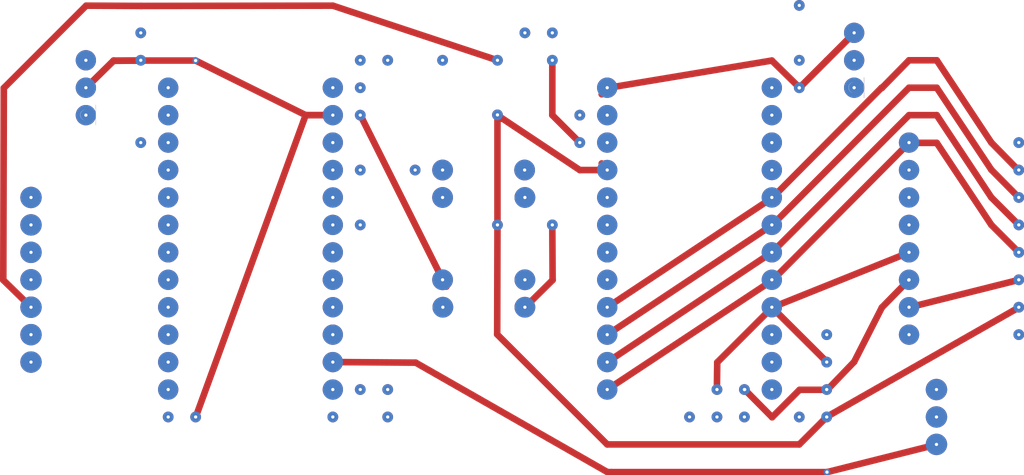
<source format=kicad_pcb>
(kicad_pcb (version 4) (host Gerbview "(5.1.9)-1")

  (layers 
    (0 F.Cu signal)
    (31 B.Cu signal)
    (32 B.Adhes user)
    (33 F.Adhes user)
    (34 B.Paste user)
    (35 F.Paste user)
    (36 B.SilkS user)
    (37 F.SilkS user)
    (38 B.Mask user)
    (39 F.Mask user)
    (40 Dwgs.User user)
    (41 Cmts.User user)
    (42 Eco1.User user)
    (43 Eco2.User user)
    (44 Edge.Cuts user)
  )

 (via (at 57.4294 -38.6334) (size 1.8796) (layers F.Cu B.Cu))
 (via (at 57.4294 -36.0934) (size 1.8796) (layers F.Cu B.Cu))
 (via (at 57.4294 -33.5534) (size 1.8796) (layers F.Cu B.Cu))
 (via (at 57.4294 -31.0134) (size 1.8796) (layers F.Cu B.Cu))
 (via (at 57.4294 -28.4734) (size 1.8796) (layers F.Cu B.Cu))
 (via (at 57.4294 -25.9334) (size 1.8796) (layers F.Cu B.Cu))
 (via (at 57.4294 -23.3934) (size 1.8796) (layers F.Cu B.Cu))
 (via (at 57.4294 -20.8534) (size 1.8796) (layers F.Cu B.Cu))
 (via (at 57.4294 -18.3134) (size 1.8796) (layers F.Cu B.Cu))
 (via (at 57.4294 -15.7734) (size 1.8796) (layers F.Cu B.Cu))
 (via (at 57.4294 -13.2334) (size 1.8796) (layers F.Cu B.Cu))
 (via (at 57.4294 -10.6934) (size 1.8796) (layers F.Cu B.Cu))
 (via (at 72.6694 -10.6934) (size 1.8796) (layers F.Cu B.Cu))
 (via (at 72.6694 -13.2334) (size 1.8796) (layers F.Cu B.Cu))
 (via (at 72.6694 -15.7734) (size 1.8796) (layers F.Cu B.Cu))
 (via (at 72.6694 -18.3134) (size 1.8796) (layers F.Cu B.Cu))
 (via (at 72.6694 -20.8534) (size 1.8796) (layers F.Cu B.Cu))
 (via (at 72.6694 -23.3934) (size 1.8796) (layers F.Cu B.Cu))
 (via (at 72.6694 -25.9334) (size 1.8796) (layers F.Cu B.Cu))
 (via (at 72.6694 -28.4734) (size 1.8796) (layers F.Cu B.Cu))
 (via (at 72.6694 -31.0134) (size 1.8796) (layers F.Cu B.Cu))
 (via (at 72.6694 -33.5534) (size 1.8796) (layers F.Cu B.Cu))
 (via (at 72.6694 -36.0934) (size 1.8796) (layers F.Cu B.Cu))
 (via (at 72.6694 -38.6334) (size 1.8796) (layers F.Cu B.Cu))
 (via (at 9.1694 -36.0934) (size 1.8796) (layers F.Cu B.Cu))
 (via (at 9.1694 -38.6334) (size 1.8796) (layers F.Cu B.Cu))
 (via (at 9.1694 -41.1734) (size 1.8796) (layers F.Cu B.Cu))
 (via (at 80.2894 -38.6334) (size 1.8796) (layers F.Cu B.Cu))
 (via (at 80.2894 -41.1734) (size 1.8796) (layers F.Cu B.Cu))
 (via (at 80.2894 -43.7134) (size 1.8796) (layers F.Cu B.Cu))
 (via (at 16.7894 -38.6334) (size 1.8796) (layers F.Cu B.Cu))
 (via (at 16.7894 -36.0934) (size 1.8796) (layers F.Cu B.Cu))
 (via (at 16.7894 -33.5534) (size 1.8796) (layers F.Cu B.Cu))
 (via (at 16.7894 -31.0134) (size 1.8796) (layers F.Cu B.Cu))
 (via (at 16.7894 -28.4734) (size 1.8796) (layers F.Cu B.Cu))
 (via (at 16.7894 -25.9334) (size 1.8796) (layers F.Cu B.Cu))
 (via (at 16.7894 -23.3934) (size 1.8796) (layers F.Cu B.Cu))
 (via (at 16.7894 -20.8534) (size 1.8796) (layers F.Cu B.Cu))
 (via (at 16.7894 -18.3134) (size 1.8796) (layers F.Cu B.Cu))
 (via (at 16.7894 -15.7734) (size 1.8796) (layers F.Cu B.Cu))
 (via (at 16.7894 -13.2334) (size 1.8796) (layers F.Cu B.Cu))
 (via (at 16.7894 -10.6934) (size 1.8796) (layers F.Cu B.Cu))
 (via (at 32.0294 -10.6934) (size 1.8796) (layers F.Cu B.Cu))
 (via (at 32.0294 -13.2334) (size 1.8796) (layers F.Cu B.Cu))
 (via (at 32.0294 -15.7734) (size 1.8796) (layers F.Cu B.Cu))
 (via (at 32.0294 -18.3134) (size 1.8796) (layers F.Cu B.Cu))
 (via (at 32.0294 -20.8534) (size 1.8796) (layers F.Cu B.Cu))
 (via (at 32.0294 -23.3934) (size 1.8796) (layers F.Cu B.Cu))
 (via (at 32.0294 -25.9334) (size 1.8796) (layers F.Cu B.Cu))
 (via (at 32.0294 -28.4734) (size 1.8796) (layers F.Cu B.Cu))
 (via (at 32.0294 -31.0134) (size 1.8796) (layers F.Cu B.Cu))
 (via (at 32.0294 -33.5534) (size 1.8796) (layers F.Cu B.Cu))
 (via (at 32.0294 -36.0934) (size 1.8796) (layers F.Cu B.Cu))
 (via (at 32.0294 -38.6334) (size 1.8796) (layers F.Cu B.Cu))
 (via (at 85.3694 -18.3134) (size 1.8796) (layers F.Cu B.Cu))
 (via (at 85.3694 -20.8534) (size 1.8796) (layers F.Cu B.Cu))
 (via (at 85.3694 -23.3934) (size 1.8796) (layers F.Cu B.Cu))
 (via (at 85.3694 -25.9334) (size 1.8796) (layers F.Cu B.Cu))
 (via (at 85.3694 -28.4734) (size 1.8796) (layers F.Cu B.Cu))
 (via (at 85.3694 -31.0134) (size 1.8796) (layers F.Cu B.Cu))
 (via (at 85.3694 -33.5534) (size 1.8796) (layers F.Cu B.Cu))
 (via (at 4.0894 -13.2334) (size 1.9812) (layers F.Cu B.Cu))
 (via (at 4.0894 -15.7734) (size 1.9812) (layers F.Cu B.Cu))
 (via (at 4.0894 -18.3134) (size 1.9812) (layers F.Cu B.Cu))
 (via (at 4.0894 -20.8534) (size 1.9812) (layers F.Cu B.Cu))
 (via (at 4.0894 -23.3934) (size 1.9812) (layers F.Cu B.Cu))
 (via (at 4.0894 -25.9334) (size 1.9812) (layers F.Cu B.Cu))
 (via (at 4.0894 -28.4734) (size 1.9812) (layers F.Cu B.Cu))
 (via (at 87.90940000000001 -10.6934) (size 1.9812) (layers F.Cu B.Cu))
 (via (at 87.90940000000001 -8.1534) (size 1.9812) (layers F.Cu B.Cu))
 (via (at 87.90940000000001 -5.6134) (size 1.9812) (layers F.Cu B.Cu))
 (via (at 49.8094 -18.3134) (size 1.92194) (layers F.Cu B.Cu))
 (via (at 42.2148 -18.3134) (size 1.92194) (layers F.Cu B.Cu))
 (via (at 42.1894 -31.0134) (size 1.92194) (layers F.Cu B.Cu))
 (via (at 49.784 -31.0134) (size 1.92194) (layers F.Cu B.Cu))
 (via (at 49.8094 -20.8534) (size 1.92265) (layers F.Cu B.Cu))
 (via (at 42.1894 -20.8534) (size 1.92265) (layers F.Cu B.Cu))
 (via (at 42.1894 -28.4734) (size 1.92265) (layers F.Cu B.Cu))
 (via (at 49.8094 -28.4734) (size 1.92265) (layers F.Cu B.Cu))
 (via (at 39.6494 -31.0134) (size 1) (layers F.Cu B.Cu))
 (via (at 34.5694 -38.6334) (size 1) (layers F.Cu B.Cu))
 (via (at 14.2494 -33.5534) (size 1) (layers F.Cu B.Cu))
 (via (at 47.2694 -36.1188) (size 1) (layers F.Cu B.Cu))
 (via (at 34.5694 -36.0934) (size 1) (layers F.Cu B.Cu))
 (via (at 34.5694 -31.0134) (size 1) (layers F.Cu B.Cu))
 (via (at 19.3294 -8.1534) (size 1) (layers F.Cu B.Cu))
 (via (at 32.0294 -8.1534) (size 1) (layers F.Cu B.Cu))
 (via (at 16.7894 -8.1534) (size 1) (layers F.Cu B.Cu))
 (via (at 14.2494 -43.7134) (size 1) (layers F.Cu B.Cu))
 (via (at 34.5694 -10.6934) (size 1) (layers F.Cu B.Cu))
 (via (at 14.2494 -41.1734) (size 1) (layers F.Cu B.Cu))
 (via (at 54.8894 -33.5534) (size 1) (layers F.Cu B.Cu))
 (via (at 77.74939999999999 -8.1534) (size 1) (layers F.Cu B.Cu))
 (via (at 75.2094 -8.1534) (size 1) (layers F.Cu B.Cu))
 (via (at 70.1294 -8.1534) (size 1) (layers F.Cu B.Cu))
 (via (at 77.74939999999999 -15.7734) (size 1) (layers F.Cu B.Cu))
 (via (at 67.5894 -8.1534) (size 1) (layers F.Cu B.Cu))
 (via (at 65.04940000000001 -8.1534) (size 1) (layers F.Cu B.Cu))
 (via (at 77.74939999999999 -13.2334) (size 1) (layers F.Cu B.Cu))
 (via (at 77.74939999999999 -10.6934) (size 1) (layers F.Cu B.Cu))
 (via (at 67.5894 -10.6934) (size 1) (layers F.Cu B.Cu))
 (via (at 70.1294 -10.6934) (size 1) (layers F.Cu B.Cu))
 (via (at 95.5294 -33.5534) (size 1) (layers F.Cu B.Cu))
 (via (at 95.5294 -18.3134) (size 1) (layers F.Cu B.Cu))
 (via (at 95.5294 -28.4734) (size 1) (layers F.Cu B.Cu))
 (via (at 95.5294 -25.9334) (size 1) (layers F.Cu B.Cu))
 (via (at 95.5294 -23.3934) (size 1) (layers F.Cu B.Cu))
 (via (at 95.5294 -15.7734) (size 1) (layers F.Cu B.Cu))
 (via (at 95.5294 -31.0134) (size 1) (layers F.Cu B.Cu))
 (via (at 95.5294 -20.8534) (size 1) (layers F.Cu B.Cu))
 (via (at 54.8894 -36.0934) (size 1) (layers F.Cu B.Cu))
 (via (at 52.3494 -25.9334) (size 1) (layers F.Cu B.Cu))
 (via (at 47.2694 -25.9334) (size 1) (layers F.Cu B.Cu))
 (via (at 34.5694 -25.9334) (size 1) (layers F.Cu B.Cu))
 (via (at 37.1094 -8.1534) (size 1) (layers F.Cu B.Cu))
 (via (at 37.1094 -10.6934) (size 1) (layers F.Cu B.Cu))
 (via (at 52.3494 -41.1734) (size 1) (layers F.Cu B.Cu))
 (via (at 37.1094 -41.1734) (size 1) (layers F.Cu B.Cu))
 (via (at 34.5694 -41.1734) (size 1) (layers F.Cu B.Cu))
 (via (at 49.8094 -43.7134) (size 1) (layers F.Cu B.Cu))
 (via (at 52.3494 -43.7134) (size 1) (layers F.Cu B.Cu))
 (via (at 42.1894 -41.1734) (size 1) (layers F.Cu B.Cu))
 (via (at 47.2694 -41.1734) (size 1) (layers F.Cu B.Cu))
 (via (at 75.2094 -41.1734) (size 1) (layers F.Cu B.Cu))
 (via (at 75.2094 -38.6334) (size 1) (layers F.Cu B.Cu))
 (via (at 75.2094 -46.2534) (size 1) (layers F.Cu B.Cu))
 (via (at 85.3694 -15.7734) (size 1.8796) (layers F.Cu B.Cu))
(segment (start 19.3294 -41.148) (end 14.2748 -41.148) (width 0.6096) (layer F.Cu) (net 0))
 (via (at 19.3294 -41.148) (size 0.6096) (layers F.Cu B.Cu))
(segment (start 29.5148 -36.0934) (end 19.3294 -41.148) (width 0.6096) (layer F.Cu) (net 0))
(segment (start 32.0294 -36.0934) (end 29.5148 -36.0934) (width 0.6096) (layer F.Cu) (net 0))
(segment (start 14.2748 -41.148) (end 11.7348 -41.1226) (width 0.6096) (layer F.Cu) (net 0))
(segment (start 11.7348 -41.1226) (end 9.728199999999999 -39.1668) (width 0.6096) (layer F.Cu) (net 0))
 (via (at 77.7748 -3.048) (size 0.6096) (layers F.Cu B.Cu))
(segment (start 77.7748 -3.048) (end 57.8104 -3.048) (width 0.6096) (layer F.Cu) (net 0))
(segment (start 87.1728 -5.4102) (end 77.7748 -3.048) (width 0.6096) (layer F.Cu) (net 0))
(segment (start 57.4548 -3.048) (end 39.7002 -13.1826) (width 0.6096) (layer F.Cu) (net 0))
(segment (start 57.8104 -3.048) (end 57.4548 -3.048) (width 0.6096) (layer F.Cu) (net 0))
(segment (start 39.7002 -13.1826) (end 32.8168 -13.2334) (width 0.6096) (layer F.Cu) (net 0))
(segment (start 29.5148 -36.0934) (end 32.0294 -36.0934) (width 0.6096) (layer F.Cu) (net 0))
(segment (start 19.5072 -8.6106) (end 29.5148 -36.0934) (width 0.6096) (layer F.Cu) (net 0))
(segment (start 14.2748 -41.148) (end 11.7348 -41.148) (width 0.6096) (layer F.Cu) (net 0))
(segment (start 11.7348 -41.148) (end 9.728199999999999 -39.1668) (width 0.6096) (layer F.Cu) (net 0))
(segment (start 57.4294 -31.0134) (end 56.9214 -31.623) (width 0.6096) (layer F.Cu) (net 0))
(segment (start 47.625 -35.7632) (end 47.2948 -36.068) (width 0.6096) (layer F.Cu) (net 0))
(segment (start 47.2948 -36.068) (end 54.8894 -31.0134) (width 0.6096) (layer F.Cu) (net 0))
(segment (start 54.8894 -31.0134) (end 57.4294 -31.0134) (width 0.6096) (layer F.Cu) (net 0))
(segment (start 47.2694 -35.6362) (end 47.2694 -26.416) (width 0.6096) (layer F.Cu) (net 0))
(segment (start 52.3494 -25.4508) (end 52.3748 -20.828) (width 0.6096) (layer F.Cu) (net 0))
(segment (start 52.3748 -20.828) (end 50.3174 -18.796) (width 0.6096) (layer F.Cu) (net 0))
(segment (start 34.5948 -36.068) (end 42.2148 -20.828) (width 0.6096) (layer F.Cu) (net 0))
(segment (start 42.2148 -20.828) (end 42.545 -20.2184) (width 0.6096) (layer F.Cu) (net 0))
(segment (start 34.798 -35.6616) (end 34.5948 -36.068) (width 0.6096) (layer F.Cu) (net 0))
(segment (start 92.9894 -33.5534) (end 95.504 -30.988) (width 0.6096) (layer F.Cu) (net 0))
(segment (start 87.9348 -41.1734) (end 92.9894 -33.5534) (width 0.6096) (layer F.Cu) (net 0))
(segment (start 85.3694 -41.1734) (end 87.9348 -41.1734) (width 0.6096) (layer F.Cu) (net 0))
(segment (start 82.82940000000001 -38.6334) (end 82.8548 -38.6334) (width 0.6096) (layer F.Cu) (net 0))
(segment (start 72.72020000000001 -28.448) (end 82.82940000000001 -38.6334) (width 0.6096) (layer F.Cu) (net 0))
(segment (start 82.8548 -38.6334) (end 82.8548 -38.608) (width 0.6096) (layer F.Cu) (net 0))
(segment (start 82.8548 -38.608) (end 85.3694 -41.1734) (width 0.6096) (layer F.Cu) (net 0))
(segment (start 58.0898 -18.7452) (end 72.72020000000001 -28.448) (width 0.6096) (layer F.Cu) (net 0))
(segment (start 80.2894 -13.2588) (end 77.8002 -10.668) (width 0.6096) (layer F.Cu) (net 0))
(segment (start 75.23480000000001 -10.668) (end 72.6948 -8.128) (width 0.6096) (layer F.Cu) (net 0))
(segment (start 72.6948 -8.128) (end 70.15479999999999 -10.6934) (width 0.6096) (layer F.Cu) (net 0))
(segment (start 77.8002 -10.668) (end 75.23480000000001 -10.668) (width 0.6096) (layer F.Cu) (net 0))
(segment (start 82.8548 -18.288) (end 80.2894 -13.2588) (width 0.6096) (layer F.Cu) (net 0))
(segment (start 85.34399999999999 -20.828) (end 82.8548 -18.288) (width 0.6096) (layer F.Cu) (net 0))
 (via (at 85.34399999999999 -20.828) (size 0.6096) (layers F.Cu B.Cu))
(segment (start 72.6948 -18.288) (end 85.34399999999999 -23.368) (width 0.6096) (layer F.Cu) (net 0))
(segment (start 77.8002 -13.208) (end 72.6948 -18.288) (width 0.6096) (layer F.Cu) (net 0))
(segment (start 72.6948 -18.288) (end 77.8002 -13.208) (width 0.6096) (layer F.Cu) (net 0))
(segment (start 67.5894 -11.176) (end 67.6148 -13.208) (width 0.6096) (layer F.Cu) (net 0))
(segment (start 75.2094 -5.6134) (end 57.4294 -5.6134) (width 0.6096) (layer F.Cu) (net 0))
(segment (start 77.7748 -8.178800000000001) (end 75.2094 -5.6134) (width 0.6096) (layer F.Cu) (net 0))
(segment (start 47.244 -15.7988) (end 47.2694 -25.4508) (width 0.6096) (layer F.Cu) (net 0))
(segment (start 57.4294 -5.6134) (end 47.244 -15.7988) (width 0.6096) (layer F.Cu) (net 0))
(segment (start 95.5294 -18.288) (end 77.7748 -8.178800000000001) (width 0.6096) (layer F.Cu) (net 0))
(segment (start 72.6694 -41.148) (end 75.2094 -38.6588) (width 0.6096) (layer F.Cu) (net 0))
(segment (start 75.2094 -38.6588) (end 75.2094 -38.608) (width 0.6096) (layer F.Cu) (net 0))
(segment (start 57.4294 -38.608) (end 72.6694 -41.148) (width 0.6096) (layer F.Cu) (net 0))
(segment (start 75.2094 -38.608) (end 77.74939999999999 -41.148) (width 0.6096) (layer F.Cu) (net 0))
(segment (start 77.74939999999999 -41.148) (end 79.756 -43.1546) (width 0.6096) (layer F.Cu) (net 0))
 (via (at 75.2094 -38.608) (size 0.6096) (layers F.Cu B.Cu))
(segment (start 56.9214 -38.0238) (end 57.4294 -38.608) (width 0.6096) (layer F.Cu) (net 0))
(segment (start 92.9894 -25.9334) (end 87.9348 -33.528) (width 0.6096) (layer F.Cu) (net 0))
(segment (start 95.1992 -23.7236) (end 92.9894 -25.9334) (width 0.6096) (layer F.Cu) (net 0))
(segment (start 87.9348 -33.528) (end 85.3694 -33.528) (width 0.6096) (layer F.Cu) (net 0))
(segment (start 72.72020000000001 -20.8026) (end 58.0898 -11.1252) (width 0.6096) (layer F.Cu) (net 0))
(segment (start 85.3694 -33.528) (end 72.72020000000001 -20.8026) (width 0.6096) (layer F.Cu) (net 0))
(segment (start 87.9348 -38.6334) (end 92.9894 -31.0388) (width 0.6096) (layer F.Cu) (net 0))
(segment (start 92.9894 -31.0388) (end 95.1992 -28.8036) (width 0.6096) (layer F.Cu) (net 0))
(segment (start 85.3694 -38.6334) (end 87.9348 -38.6334) (width 0.6096) (layer F.Cu) (net 0))
(segment (start 72.72020000000001 -25.9334) (end 85.3694 -38.6334) (width 0.6096) (layer F.Cu) (net 0))
(segment (start 58.0898 -16.2052) (end 72.72020000000001 -25.9334) (width 0.6096) (layer F.Cu) (net 0))
(segment (start 92.9894 -28.4734) (end 95.1992 -26.2636) (width 0.6096) (layer F.Cu) (net 0))
(segment (start 87.9348 -36.0934) (end 92.9894 -28.4734) (width 0.6096) (layer F.Cu) (net 0))
(segment (start 85.3694 -36.0934) (end 87.9348 -36.0934) (width 0.6096) (layer F.Cu) (net 0))
(segment (start 72.72020000000001 -23.4188) (end 85.3694 -36.0934) (width 0.6096) (layer F.Cu) (net 0))
(segment (start 58.0898 -13.6652) (end 72.72020000000001 -23.4188) (width 0.6096) (layer F.Cu) (net 0))
(segment (start 86.1568 -18.4912) (end 95.0722 -20.7264) (width 0.6096) (layer F.Cu) (net 0))
(segment (start 9.194800000000001 -46.228) (end 14.3002 -46.2026) (width 0.6096) (layer F.Cu) (net 0))
(segment (start 1.5748 -38.608) (end 9.194800000000001 -46.228) (width 0.6096) (layer F.Cu) (net 0))
(segment (start 32.0294 -46.228) (end 46.8122 -41.3258) (width 0.6096) (layer F.Cu) (net 0))
(segment (start 14.3002 -46.2026) (end 32.0294 -46.228) (width 0.6096) (layer F.Cu) (net 0))
(segment (start 1.524 -20.828) (end 1.5748 -38.608) (width 0.6096) (layer F.Cu) (net 0))
(segment (start 3.556 -18.8468) (end 1.524 -20.828) (width 0.6096) (layer F.Cu) (net 0))
(segment (start 52.3494 -40.6908) (end 52.3494 -36.0934) (width 0.6096) (layer F.Cu) (net 0))
(segment (start 52.3494 -36.0934) (end 54.5592 -33.8836) (width 0.6096) (layer F.Cu) (net 0))
(segment (start 75.2094 -38.608) (end 77.74939999999999 -41.148) (width 0.6096) (layer F.Cu) (net 0))
(segment (start 77.74939999999999 -41.148) (end 79.756 -43.1546) (width 0.6096) (layer F.Cu) (net 0))
(segment (start 67.6148 -13.208) (end 72.6948 -18.288) (width 0.6096) (layer F.Cu) (net 0))
 (via (at 70.15479999999999 -10.6934) (size 0.6096) (layers F.Cu B.Cu))
 (via (at 81.2038 -39.5732) (size 0.0254) (layers F.Cu B.Cu))
 (via (at 81.2038 -39.5478) (size 0.0254) (layers F.Cu B.Cu))
 (via (at 81.2038 -39.5224) (size 0.0254) (layers F.Cu B.Cu))
 (via (at 81.2038 -39.497) (size 0.0254) (layers F.Cu B.Cu))
 (via (at 81.2038 -39.4716) (size 0.0254) (layers F.Cu B.Cu))
 (via (at 81.2038 -39.4462) (size 0.0254) (layers F.Cu B.Cu))
 (via (at 81.2038 -39.4208) (size 0.0254) (layers F.Cu B.Cu))
 (via (at 81.2038 -39.3954) (size 0.0254) (layers F.Cu B.Cu))
 (via (at 81.2038 -39.37) (size 0.0254) (layers F.Cu B.Cu))
 (via (at 81.2038 -39.3446) (size 0.0254) (layers F.Cu B.Cu))
 (via (at 81.2038 -39.3192) (size 0.0254) (layers F.Cu B.Cu))
 (via (at 81.2038 -39.2938) (size 0.0254) (layers F.Cu B.Cu))
 (via (at 81.2038 -39.2684) (size 0.0254) (layers F.Cu B.Cu))
 (via (at 81.2038 -39.243) (size 0.0254) (layers F.Cu B.Cu))
 (via (at 81.2038 -39.2176) (size 0.0254) (layers F.Cu B.Cu))
 (via (at 81.2038 -39.1922) (size 0.0254) (layers F.Cu B.Cu))
 (via (at 81.2038 -39.1668) (size 0.0254) (layers F.Cu B.Cu))
 (via (at 80.16240000000001 -39.1414) (size 0.0254) (layers F.Cu B.Cu))
 (via (at 81.2038 -39.1414) (size 0.0254) (layers F.Cu B.Cu))
 (via (at 80.08620000000001 -39.116) (size 0.0254) (layers F.Cu B.Cu))
 (via (at 81.2038 -39.116) (size 0.0254) (layers F.Cu B.Cu))
 (via (at 80.0354 -39.0906) (size 0.0254) (layers F.Cu B.Cu))
 (via (at 81.2038 -39.0906) (size 0.0254) (layers F.Cu B.Cu))
 (via (at 79.9846 -39.0652) (size 0.0254) (layers F.Cu B.Cu))
 (via (at 81.2038 -39.0652) (size 0.0254) (layers F.Cu B.Cu))
 (via (at 79.9592 -39.0398) (size 0.0254) (layers F.Cu B.Cu))
 (via (at 81.2038 -39.0398) (size 0.0254) (layers F.Cu B.Cu))
 (via (at 79.93380000000001 -39.0144) (size 0.0254) (layers F.Cu B.Cu))
 (via (at 81.2038 -39.0144) (size 0.0254) (layers F.Cu B.Cu))
 (via (at 79.9084 -38.989) (size 0.0254) (layers F.Cu B.Cu))
 (via (at 81.2038 -38.989) (size 0.0254) (layers F.Cu B.Cu))
 (via (at 79.883 -38.9636) (size 0.0254) (layers F.Cu B.Cu))
 (via (at 81.2038 -38.9636) (size 0.0254) (layers F.Cu B.Cu))
 (via (at 79.85760000000001 -38.9382) (size 0.0254) (layers F.Cu B.Cu))
 (via (at 81.2038 -38.9382) (size 0.0254) (layers F.Cu B.Cu))
 (via (at 79.85760000000001 -38.9128) (size 0.0254) (layers F.Cu B.Cu))
 (via (at 81.2038 -38.9128) (size 0.0254) (layers F.Cu B.Cu))
 (via (at 79.8322 -38.8874) (size 0.0254) (layers F.Cu B.Cu))
 (via (at 81.2038 -38.8874) (size 0.0254) (layers F.Cu B.Cu))
 (via (at 79.8068 -38.862) (size 0.0254) (layers F.Cu B.Cu))
 (via (at 81.2038 -38.862) (size 0.0254) (layers F.Cu B.Cu))
 (via (at 79.8068 -38.8366) (size 0.0254) (layers F.Cu B.Cu))
 (via (at 81.2038 -38.8366) (size 0.0254) (layers F.Cu B.Cu))
 (via (at 79.8068 -38.8112) (size 0.0254) (layers F.Cu B.Cu))
 (via (at 81.2038 -38.8112) (size 0.0254) (layers F.Cu B.Cu))
 (via (at 79.7814 -38.7858) (size 0.0254) (layers F.Cu B.Cu))
 (via (at 81.2038 -38.7858) (size 0.0254) (layers F.Cu B.Cu))
 (via (at 79.7814 -38.7604) (size 0.0254) (layers F.Cu B.Cu))
 (via (at 81.2038 -38.7604) (size 0.0254) (layers F.Cu B.Cu))
 (via (at 79.7814 -38.735) (size 0.0254) (layers F.Cu B.Cu))
 (via (at 81.2038 -38.735) (size 0.0254) (layers F.Cu B.Cu))
 (via (at 79.7814 -38.7096) (size 0.0254) (layers F.Cu B.Cu))
 (via (at 81.2038 -38.7096) (size 0.0254) (layers F.Cu B.Cu))
 (via (at 79.7814 -38.6842) (size 0.0254) (layers F.Cu B.Cu))
 (via (at 81.2038 -38.6842) (size 0.0254) (layers F.Cu B.Cu))
 (via (at 79.7814 -38.6588) (size 0.0254) (layers F.Cu B.Cu))
 (via (at 81.2038 -38.6588) (size 0.0254) (layers F.Cu B.Cu))
 (via (at 79.7814 -38.6334) (size 0.0254) (layers F.Cu B.Cu))
 (via (at 81.2038 -38.6334) (size 0.0254) (layers F.Cu B.Cu))
 (via (at 79.7814 -38.608) (size 0.0254) (layers F.Cu B.Cu))
 (via (at 81.2038 -38.608) (size 0.0254) (layers F.Cu B.Cu))
 (via (at 79.7814 -38.5826) (size 0.0254) (layers F.Cu B.Cu))
 (via (at 81.2038 -38.5826) (size 0.0254) (layers F.Cu B.Cu))
 (via (at 79.7814 -38.5572) (size 0.0254) (layers F.Cu B.Cu))
 (via (at 81.2038 -38.5572) (size 0.0254) (layers F.Cu B.Cu))
 (via (at 79.7814 -38.5318) (size 0.0254) (layers F.Cu B.Cu))
 (via (at 81.2038 -38.5318) (size 0.0254) (layers F.Cu B.Cu))
 (via (at 79.8068 -38.5064) (size 0.0254) (layers F.Cu B.Cu))
 (via (at 81.2038 -38.5064) (size 0.0254) (layers F.Cu B.Cu))
 (via (at 79.8068 -38.481) (size 0.0254) (layers F.Cu B.Cu))
 (via (at 81.2038 -38.481) (size 0.0254) (layers F.Cu B.Cu))
 (via (at 79.8068 -38.4556) (size 0.0254) (layers F.Cu B.Cu))
 (via (at 81.2038 -38.4556) (size 0.0254) (layers F.Cu B.Cu))
 (via (at 79.8322 -38.4302) (size 0.0254) (layers F.Cu B.Cu))
 (via (at 81.2038 -38.4302) (size 0.0254) (layers F.Cu B.Cu))
 (via (at 79.8322 -38.4048) (size 0.0254) (layers F.Cu B.Cu))
 (via (at 81.2038 -38.4048) (size 0.0254) (layers F.Cu B.Cu))
 (via (at 79.85760000000001 -38.3794) (size 0.0254) (layers F.Cu B.Cu))
 (via (at 81.2038 -38.3794) (size 0.0254) (layers F.Cu B.Cu))
 (via (at 79.883 -38.354) (size 0.0254) (layers F.Cu B.Cu))
 (via (at 81.2038 -38.354) (size 0.0254) (layers F.Cu B.Cu))
 (via (at 79.883 -38.3286) (size 0.0254) (layers F.Cu B.Cu))
 (via (at 81.2038 -38.3286) (size 0.0254) (layers F.Cu B.Cu))
 (via (at 79.9084 -38.3032) (size 0.0254) (layers F.Cu B.Cu))
 (via (at 81.2038 -38.3032) (size 0.0254) (layers F.Cu B.Cu))
 (via (at 79.93380000000001 -38.2778) (size 0.0254) (layers F.Cu B.Cu))
 (via (at 81.2038 -38.2778) (size 0.0254) (layers F.Cu B.Cu))
 (via (at 79.9846 -38.2524) (size 0.0254) (layers F.Cu B.Cu))
 (via (at 81.2038 -38.2524) (size 0.0254) (layers F.Cu B.Cu))
 (via (at 80.01000000000001 -38.227) (size 0.0254) (layers F.Cu B.Cu))
 (via (at 81.2038 -38.227) (size 0.0254) (layers F.Cu B.Cu))
 (via (at 80.0608 -38.2016) (size 0.0254) (layers F.Cu B.Cu))
 (via (at 81.2038 -38.2016) (size 0.0254) (layers F.Cu B.Cu))
 (via (at 80.137 -38.1762) (size 0.0254) (layers F.Cu B.Cu))
 (via (at 81.2038 -38.1762) (size 0.0254) (layers F.Cu B.Cu))
 (via (at 81.2038 -38.1508) (size 0.0254) (layers F.Cu B.Cu))
 (via (at 81.2038 -38.1254) (size 0.0254) (layers F.Cu B.Cu))
 (via (at 81.2038 -38.1) (size 0.0254) (layers F.Cu B.Cu))
 (via (at 81.2038 -38.0746) (size 0.0254) (layers F.Cu B.Cu))
 (via (at 81.2038 -38.0492) (size 0.0254) (layers F.Cu B.Cu))
 (via (at 81.2038 -38.0238) (size 0.0254) (layers F.Cu B.Cu))
 (via (at 81.2038 -37.9984) (size 0.0254) (layers F.Cu B.Cu))
 (via (at 81.2038 -37.973) (size 0.0254) (layers F.Cu B.Cu))
 (via (at 81.2038 -37.9476) (size 0.0254) (layers F.Cu B.Cu))
 (via (at 81.2038 -37.9222) (size 0.0254) (layers F.Cu B.Cu))
 (via (at 81.2038 -37.8968) (size 0.0254) (layers F.Cu B.Cu))
 (via (at 81.2038 -37.8714) (size 0.0254) (layers F.Cu B.Cu))
 (via (at 81.2038 -37.846) (size 0.0254) (layers F.Cu B.Cu))
 (via (at 81.2038 -37.8206) (size 0.0254) (layers F.Cu B.Cu))
 (via (at 81.2038 -37.7952) (size 0.0254) (layers F.Cu B.Cu))
 (via (at 81.2038 -37.7698) (size 0.0254) (layers F.Cu B.Cu))
 (via (at 81.2038 -37.7444) (size 0.0254) (layers F.Cu B.Cu))
 (via (at 81.2038 -37.719) (size 0.0254) (layers F.Cu B.Cu))
 (via (at 10.0838 -37.0332) (size 0.0254) (layers F.Cu B.Cu))
 (via (at 10.0838 -37.0078) (size 0.0254) (layers F.Cu B.Cu))
 (via (at 10.0838 -36.9824) (size 0.0254) (layers F.Cu B.Cu))
 (via (at 10.0838 -36.957) (size 0.0254) (layers F.Cu B.Cu))
 (via (at 10.0838 -36.9316) (size 0.0254) (layers F.Cu B.Cu))
 (via (at 10.0838 -36.9062) (size 0.0254) (layers F.Cu B.Cu))
 (via (at 10.0838 -36.8808) (size 0.0254) (layers F.Cu B.Cu))
 (via (at 10.0838 -36.8554) (size 0.0254) (layers F.Cu B.Cu))
 (via (at 10.0838 -36.83) (size 0.0254) (layers F.Cu B.Cu))
 (via (at 10.0838 -36.8046) (size 0.0254) (layers F.Cu B.Cu))
 (via (at 10.0838 -36.7792) (size 0.0254) (layers F.Cu B.Cu))
 (via (at 10.0838 -36.7538) (size 0.0254) (layers F.Cu B.Cu))
 (via (at 10.0838 -36.7284) (size 0.0254) (layers F.Cu B.Cu))
 (via (at 10.0838 -36.703) (size 0.0254) (layers F.Cu B.Cu))
 (via (at 10.0838 -36.6776) (size 0.0254) (layers F.Cu B.Cu))
 (via (at 10.0838 -36.6522) (size 0.0254) (layers F.Cu B.Cu))
 (via (at 10.0838 -36.6268) (size 0.0254) (layers F.Cu B.Cu))
 (via (at 9.042400000000001 -36.6014) (size 0.0254) (layers F.Cu B.Cu))
 (via (at 10.0838 -36.6014) (size 0.0254) (layers F.Cu B.Cu))
 (via (at 8.966200000000001 -36.576) (size 0.0254) (layers F.Cu B.Cu))
 (via (at 10.0838 -36.576) (size 0.0254) (layers F.Cu B.Cu))
 (via (at 8.9154 -36.5506) (size 0.0254) (layers F.Cu B.Cu))
 (via (at 10.0838 -36.5506) (size 0.0254) (layers F.Cu B.Cu))
 (via (at 8.864599999999999 -36.5252) (size 0.0254) (layers F.Cu B.Cu))
 (via (at 10.0838 -36.5252) (size 0.0254) (layers F.Cu B.Cu))
 (via (at 8.8392 -36.4998) (size 0.0254) (layers F.Cu B.Cu))
 (via (at 10.0838 -36.4998) (size 0.0254) (layers F.Cu B.Cu))
 (via (at 8.813800000000001 -36.4744) (size 0.0254) (layers F.Cu B.Cu))
 (via (at 10.0838 -36.4744) (size 0.0254) (layers F.Cu B.Cu))
 (via (at 8.788399999999999 -36.449) (size 0.0254) (layers F.Cu B.Cu))
 (via (at 10.0838 -36.449) (size 0.0254) (layers F.Cu B.Cu))
 (via (at 8.763 -36.4236) (size 0.0254) (layers F.Cu B.Cu))
 (via (at 10.0838 -36.4236) (size 0.0254) (layers F.Cu B.Cu))
 (via (at 8.7376 -36.3982) (size 0.0254) (layers F.Cu B.Cu))
 (via (at 10.0838 -36.3982) (size 0.0254) (layers F.Cu B.Cu))
 (via (at 8.7376 -36.3728) (size 0.0254) (layers F.Cu B.Cu))
 (via (at 10.0838 -36.3728) (size 0.0254) (layers F.Cu B.Cu))
 (via (at 8.712199999999999 -36.3474) (size 0.0254) (layers F.Cu B.Cu))
 (via (at 10.0838 -36.3474) (size 0.0254) (layers F.Cu B.Cu))
 (via (at 8.6868 -36.322) (size 0.0254) (layers F.Cu B.Cu))
 (via (at 10.0838 -36.322) (size 0.0254) (layers F.Cu B.Cu))
 (via (at 8.6868 -36.2966) (size 0.0254) (layers F.Cu B.Cu))
 (via (at 10.0838 -36.2966) (size 0.0254) (layers F.Cu B.Cu))
 (via (at 8.6868 -36.2712) (size 0.0254) (layers F.Cu B.Cu))
 (via (at 10.0838 -36.2712) (size 0.0254) (layers F.Cu B.Cu))
 (via (at 8.6614 -36.2458) (size 0.0254) (layers F.Cu B.Cu))
 (via (at 10.0838 -36.2458) (size 0.0254) (layers F.Cu B.Cu))
 (via (at 8.6614 -36.2204) (size 0.0254) (layers F.Cu B.Cu))
 (via (at 10.0838 -36.2204) (size 0.0254) (layers F.Cu B.Cu))
 (via (at 8.6614 -36.195) (size 0.0254) (layers F.Cu B.Cu))
 (via (at 10.0838 -36.195) (size 0.0254) (layers F.Cu B.Cu))
 (via (at 8.6614 -36.1696) (size 0.0254) (layers F.Cu B.Cu))
 (via (at 10.0838 -36.1696) (size 0.0254) (layers F.Cu B.Cu))
 (via (at 8.6614 -36.1442) (size 0.0254) (layers F.Cu B.Cu))
 (via (at 10.0838 -36.1442) (size 0.0254) (layers F.Cu B.Cu))
 (via (at 8.6614 -36.1188) (size 0.0254) (layers F.Cu B.Cu))
 (via (at 10.0838 -36.1188) (size 0.0254) (layers F.Cu B.Cu))
 (via (at 8.6614 -36.0934) (size 0.0254) (layers F.Cu B.Cu))
 (via (at 10.0838 -36.0934) (size 0.0254) (layers F.Cu B.Cu))
 (via (at 8.6614 -36.068) (size 0.0254) (layers F.Cu B.Cu))
 (via (at 10.0838 -36.068) (size 0.0254) (layers F.Cu B.Cu))
 (via (at 8.6614 -36.0426) (size 0.0254) (layers F.Cu B.Cu))
 (via (at 10.0838 -36.0426) (size 0.0254) (layers F.Cu B.Cu))
 (via (at 8.6614 -36.0172) (size 0.0254) (layers F.Cu B.Cu))
 (via (at 10.0838 -36.0172) (size 0.0254) (layers F.Cu B.Cu))
 (via (at 8.6614 -35.9918) (size 0.0254) (layers F.Cu B.Cu))
 (via (at 10.0838 -35.9918) (size 0.0254) (layers F.Cu B.Cu))
 (via (at 8.6868 -35.9664) (size 0.0254) (layers F.Cu B.Cu))
 (via (at 10.0838 -35.9664) (size 0.0254) (layers F.Cu B.Cu))
 (via (at 8.6868 -35.941) (size 0.0254) (layers F.Cu B.Cu))
 (via (at 10.0838 -35.941) (size 0.0254) (layers F.Cu B.Cu))
 (via (at 8.6868 -35.9156) (size 0.0254) (layers F.Cu B.Cu))
 (via (at 10.0838 -35.9156) (size 0.0254) (layers F.Cu B.Cu))
 (via (at 8.712199999999999 -35.8902) (size 0.0254) (layers F.Cu B.Cu))
 (via (at 10.0838 -35.8902) (size 0.0254) (layers F.Cu B.Cu))
 (via (at 8.712199999999999 -35.8648) (size 0.0254) (layers F.Cu B.Cu))
 (via (at 10.0838 -35.8648) (size 0.0254) (layers F.Cu B.Cu))
 (via (at 8.7376 -35.8394) (size 0.0254) (layers F.Cu B.Cu))
 (via (at 10.0838 -35.8394) (size 0.0254) (layers F.Cu B.Cu))
 (via (at 8.763 -35.814) (size 0.0254) (layers F.Cu B.Cu))
 (via (at 10.0838 -35.814) (size 0.0254) (layers F.Cu B.Cu))
 (via (at 8.763 -35.7886) (size 0.0254) (layers F.Cu B.Cu))
 (via (at 10.0838 -35.7886) (size 0.0254) (layers F.Cu B.Cu))
 (via (at 8.788399999999999 -35.7632) (size 0.0254) (layers F.Cu B.Cu))
 (via (at 10.0838 -35.7632) (size 0.0254) (layers F.Cu B.Cu))
 (via (at 8.813800000000001 -35.7378) (size 0.0254) (layers F.Cu B.Cu))
 (via (at 10.0838 -35.7378) (size 0.0254) (layers F.Cu B.Cu))
 (via (at 8.864599999999999 -35.7124) (size 0.0254) (layers F.Cu B.Cu))
 (via (at 10.0838 -35.7124) (size 0.0254) (layers F.Cu B.Cu))
 (via (at 8.890000000000001 -35.687) (size 0.0254) (layers F.Cu B.Cu))
 (via (at 10.0838 -35.687) (size 0.0254) (layers F.Cu B.Cu))
 (via (at 8.940799999999999 -35.6616) (size 0.0254) (layers F.Cu B.Cu))
 (via (at 10.0838 -35.6616) (size 0.0254) (layers F.Cu B.Cu))
 (via (at 9.016999999999999 -35.6362) (size 0.0254) (layers F.Cu B.Cu))
 (via (at 10.0838 -35.6362) (size 0.0254) (layers F.Cu B.Cu))
 (via (at 10.0838 -35.6108) (size 0.0254) (layers F.Cu B.Cu))
 (via (at 10.0838 -35.5854) (size 0.0254) (layers F.Cu B.Cu))
 (via (at 10.0838 -35.56) (size 0.0254) (layers F.Cu B.Cu))
 (via (at 10.0838 -35.5346) (size 0.0254) (layers F.Cu B.Cu))
 (via (at 10.0838 -35.5092) (size 0.0254) (layers F.Cu B.Cu))
 (via (at 10.0838 -35.4838) (size 0.0254) (layers F.Cu B.Cu))
 (via (at 10.0838 -35.4584) (size 0.0254) (layers F.Cu B.Cu))
 (via (at 10.0838 -35.433) (size 0.0254) (layers F.Cu B.Cu))
 (via (at 10.0838 -35.4076) (size 0.0254) (layers F.Cu B.Cu))
 (via (at 10.0838 -35.3822) (size 0.0254) (layers F.Cu B.Cu))
 (via (at 10.0838 -35.3568) (size 0.0254) (layers F.Cu B.Cu))
 (via (at 10.0838 -35.3314) (size 0.0254) (layers F.Cu B.Cu))
 (via (at 10.0838 -35.306) (size 0.0254) (layers F.Cu B.Cu))
 (via (at 10.0838 -35.2806) (size 0.0254) (layers F.Cu B.Cu))
 (via (at 10.0838 -35.2552) (size 0.0254) (layers F.Cu B.Cu))
 (via (at 10.0838 -35.2298) (size 0.0254) (layers F.Cu B.Cu))
 (via (at 10.0838 -35.2044) (size 0.0254) (layers F.Cu B.Cu))
 (via (at 10.0838 -35.179) (size 0.0254) (layers F.Cu B.Cu))
)

</source>
